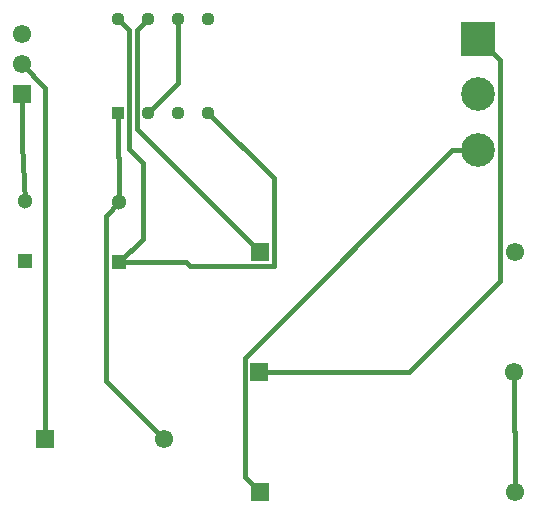
<source format=gtl>
G04*
G04 #@! TF.GenerationSoftware,Altium Limited,Altium Designer,21.0.3 (12)*
G04*
G04 Layer_Physical_Order=1*
G04 Layer_Color=255*
%FSLAX25Y25*%
%MOIN*%
G70*
G04*
G04 #@! TF.SameCoordinates,1F937BB2-0F7F-430D-ABFA-2F21A117A81B*
G04*
G04*
G04 #@! TF.FilePolarity,Positive*
G04*
G01*
G75*
%ADD14R,0.06102X0.06102*%
%ADD15C,0.06102*%
%ADD16R,0.11237X0.11237*%
%ADD17C,0.11237*%
%ADD24C,0.01500*%
%ADD25R,0.05118X0.05118*%
%ADD26C,0.05118*%
%ADD27R,0.04449X0.04449*%
%ADD28C,0.04449*%
%ADD29R,0.06102X0.06102*%
D14*
X201862Y173500D02*
D03*
X202224Y213500D02*
D03*
X130815Y151000D02*
D03*
X202224Y133500D02*
D03*
D15*
X287138Y173500D02*
D03*
X287500Y213500D02*
D03*
X170185Y151000D02*
D03*
X287500Y133500D02*
D03*
X123000Y276000D02*
D03*
Y286000D02*
D03*
D16*
X275000Y284500D02*
D03*
D17*
Y266000D02*
D03*
Y247500D02*
D03*
D24*
X123000Y249300D02*
Y266000D01*
Y249300D02*
X124000Y230500D01*
X150900Y225400D02*
X155500Y230000D01*
X150900Y170285D02*
Y225400D01*
Y170285D02*
X170185Y151000D01*
X175000Y269870D02*
Y291130D01*
X165000Y259870D02*
X175000Y269870D01*
X123000Y276000D02*
X130815Y268185D01*
Y151000D02*
Y268185D01*
X287138Y153862D02*
Y173500D01*
Y153862D02*
X287500Y153500D01*
Y133500D02*
Y153500D01*
X275000Y284500D02*
X282200Y277300D01*
Y203700D02*
Y277300D01*
X252000Y173500D02*
X282200Y203700D01*
X201862Y173500D02*
X252000D01*
X155500Y210000D02*
X163300Y217800D01*
Y243200D01*
X158800Y247700D02*
X163300Y243200D01*
X158800Y247700D02*
Y287330D01*
X155000Y291130D02*
X158800Y287330D01*
X266500Y247500D02*
X275000D01*
X197200Y178200D02*
X266500Y247500D01*
X197200Y138524D02*
Y178200D01*
Y138524D02*
X202224Y133500D01*
X155500Y210000D02*
X177650D01*
X178900Y208750D01*
X206900D01*
Y237970D01*
X185000Y259870D02*
X206900Y237970D01*
X161200Y287330D02*
X165000Y291130D01*
X161200Y254524D02*
Y287330D01*
Y254524D02*
X202224Y213500D01*
X155000Y245100D02*
Y259870D01*
Y245100D02*
X155500Y244600D01*
Y230000D02*
Y244600D01*
D25*
Y210000D02*
D03*
X124000Y210500D02*
D03*
D26*
X155500Y230000D02*
D03*
X124000Y230500D02*
D03*
D27*
X155000Y259870D02*
D03*
D28*
X165000D02*
D03*
X175000D02*
D03*
X185000D02*
D03*
Y291130D02*
D03*
X175000D02*
D03*
X165000D02*
D03*
X155000D02*
D03*
D29*
X123000Y266000D02*
D03*
M02*

</source>
